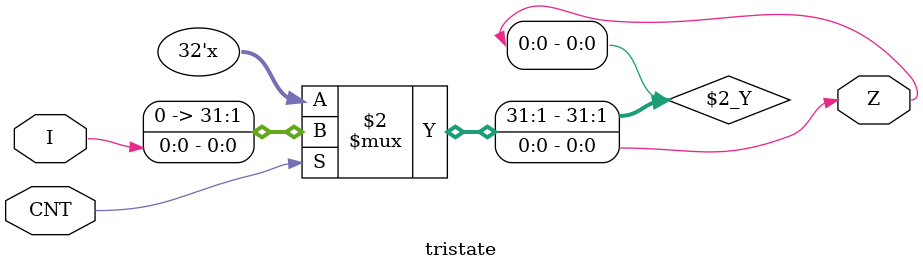
<source format=v>
module tristate(I, CNT, Z);
	input I, CNT;
	output Z;
	assign Z = CNT ? I : 'bz;
endmodule
</source>
